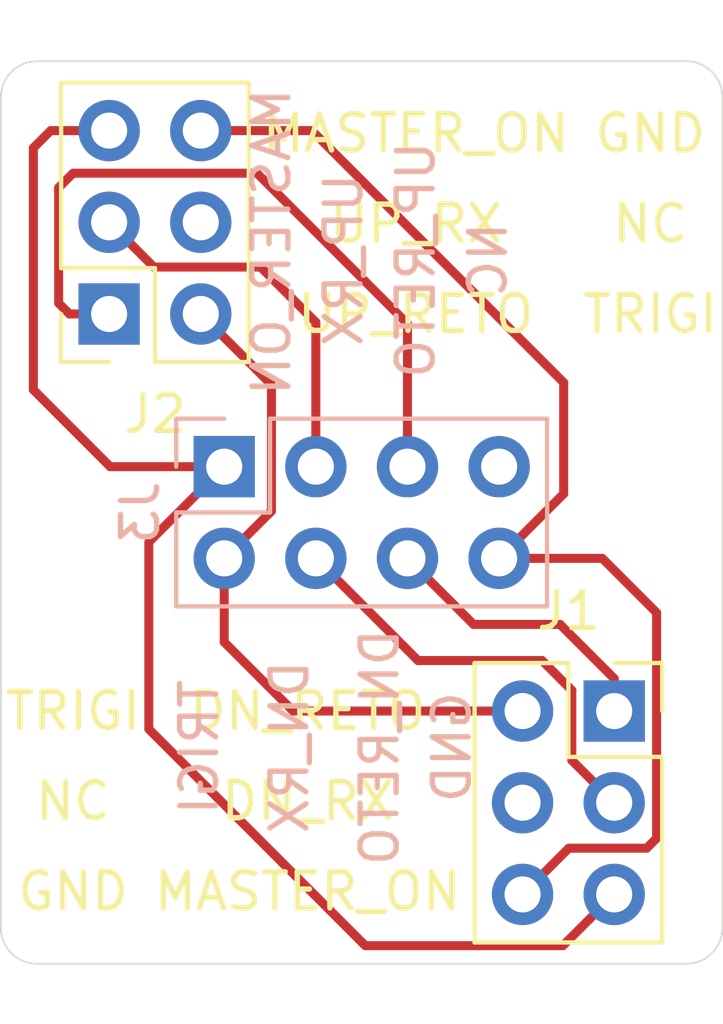
<source format=kicad_pcb>
(kicad_pcb (version 20211014) (generator pcbnew)
  (layers (0 "F.Cu" signal) (31 "B.Cu" signal) (34 "B.Paste" user) (35 "F.Paste" user) (36 "B.SilkS" user "B.Silkscreen") (37 "F.SilkS" user "F.Silkscreen") (38 "B.Mask" user) (39 "F.Mask" user) (44 "Edge.Cuts" user))
  (net 0 "")
  (net 1 "GND")
  (net 2 "/MASTER_ON")
  (net 3 "Net-(J1-Pad4)")
  (net 4 "/DN_RX")
  (net 5 "/TRIGI")
  (net 6 "/DN_RETO")
  (net 7 "Net-(J2-Pad4)")
  (net 8 "/UP_RX")
  (net 9 "/UP_RETO")
  (net 10 "Net-(J3-Pad7)")
  (footprint "Connector_PinSocket_2.54mm:PinSocket_2x03_P2.54mm_Vertical" (layer "F.Cu") (at 107 118)
    (fp_text reference "J1" (at -1.27 -2.77) (layer "F.SilkS"))
    (fp_text value "DN")
    (fp_line (start 1.33 -1.33) (end 1.33 0) (layer "F.SilkS") (width 0.12))
    (fp_line (start -3.87 -1.33) (end -1.27 -1.33) (layer "F.SilkS") (width 0.12))
    (fp_line (start -1.27 1.27) (end 1.33 1.27) (layer "F.SilkS") (width 0.12))
    (fp_line (start -1.27 -1.33) (end -1.27 1.27) (layer "F.SilkS") (width 0.12))
    (fp_line (start 0 -1.33) (end 1.33 -1.33) (layer "F.SilkS") (width 0.12))
    (fp_line (start 1.33 1.27) (end 1.33 6.41) (layer "F.SilkS") (width 0.12))
    (fp_line (start -3.87 -1.33) (end -3.87 6.41) (layer "F.SilkS") (width 0.12))
    (fp_line (start -3.87 6.41) (end 1.33 6.41) (layer "F.SilkS") (width 0.12))
    (pad "1" thru_hole rect locked (at 0 0) (size 1.7 1.7) (drill 1) (layers *.Cu *.Mask) (net 6 "/DN_RETO"))
    (pad "2" thru_hole oval locked (at -2.54 0) (size 1.7 1.7) (drill 1) (layers *.Cu *.Mask) (net 5 "/TRIGI"))
    (pad "3" thru_hole oval locked (at 0 2.54) (size 1.7 1.7) (drill 1) (layers *.Cu *.Mask) (net 4 "/DN_RX"))
    (pad "4" thru_hole oval locked (at -2.54 2.54) (size 1.7 1.7) (drill 1) (layers *.Cu *.Mask) (net 3 "Net-(J1-Pad4)"))
    (pad "5" thru_hole oval locked (at 0 5.08) (size 1.7 1.7) (drill 1) (layers *.Cu *.Mask) (net 2 "/MASTER_ON"))
    (pad "6" thru_hole oval locked (at -2.54 5.08) (size 1.7 1.7) (drill 1) (layers *.Cu *.Mask) (net 1 "GND"))
  )
  (footprint "Connector_PinSocket_2.54mm:PinSocket_2x03_P2.54mm_Vertical" (layer "F.Cu") (at 93 107 180)
    (fp_text reference "J2" (at -1.27 -2.77) (layer "F.SilkS"))
    (fp_text value "UP")
    (fp_line (start -1.27 1.27) (end 1.33 1.27) (layer "F.SilkS") (width 0.12))
    (fp_line (start -1.27 -1.33) (end -1.27 1.27) (layer "F.SilkS") (width 0.12))
    (fp_line (start 1.33 1.27) (end 1.33 6.41) (layer "F.SilkS") (width 0.12))
    (fp_line (start -3.87 6.41) (end 1.33 6.41) (layer "F.SilkS") (width 0.12))
    (fp_line (start 1.33 -1.33) (end 1.33 0) (layer "F.SilkS") (width 0.12))
    (fp_line (start -3.87 -1.33) (end -3.87 6.41) (layer "F.SilkS") (width 0.12))
    (fp_line (start 0 -1.33) (end 1.33 -1.33) (layer "F.SilkS") (width 0.12))
    (fp_line (start -3.87 -1.33) (end -1.27 -1.33) (layer "F.SilkS") (width 0.12))
    (pad "1" thru_hole rect locked (at 0 0 180) (size 1.7 1.7) (drill 1) (layers *.Cu *.Mask) (net 9 "/UP_RETO"))
    (pad "2" thru_hole oval locked (at -2.54 0 180) (size 1.7 1.7) (drill 1) (layers *.Cu *.Mask) (net 5 "/TRIGI"))
    (pad "3" thru_hole oval locked (at 0 2.54 180) (size 1.7 1.7) (drill 1) (layers *.Cu *.Mask) (net 8 "/UP_RX"))
    (pad "4" thru_hole oval locked (at -2.54 2.54 180) (size 1.7 1.7) (drill 1) (layers *.Cu *.Mask) (net 7 "Net-(J2-Pad4)"))
    (pad "5" thru_hole oval locked (at 0 5.08 180) (size 1.7 1.7) (drill 1) (layers *.Cu *.Mask) (net 2 "/MASTER_ON"))
    (pad "6" thru_hole oval locked (at -2.54 5.08 180) (size 1.7 1.7) (drill 1) (layers *.Cu *.Mask) (net 1 "GND"))
  )
  (footprint "Connector_PinHeader_2.54mm:PinHeader_2x04_P2.54mm_Vertical" (layer "B.Cu") (at 96.19 111.23 -90)
    (fp_text reference "J3" (at 1.27 2.33 -90) (layer "B.SilkS") (effects (justify mirror)))
    (fp_text value "UPDN")
    (fp_line (start 1.27 -1.27) (end 1.27 1.33) (layer "B.SilkS") (width 0.12))
    (fp_line (start -1.33 -1.27) (end 1.27 -1.27) (layer "B.SilkS") (width 0.12))
    (fp_line (start -1.33 0) (end -1.33 1.33) (layer "B.SilkS") (width 0.12))
    (fp_line (start -1.33 -8.95) (end 3.87 -8.95) (layer "B.SilkS") (width 0.12))
    (fp_line (start -1.33 1.33) (end 0 1.33) (layer "B.SilkS") (width 0.12))
    (fp_line (start 1.27 1.33) (end 3.87 1.33) (layer "B.SilkS") (width 0.12))
    (fp_line (start 3.87 1.33) (end 3.87 -8.95) (layer "B.SilkS") (width 0.12))
    (fp_line (start -1.33 -1.27) (end -1.33 -8.95) (layer "B.SilkS") (width 0.12))
    (pad "1" thru_hole rect locked (at 0 0 270) (size 1.7 1.7) (drill 1) (layers *.Cu *.Mask) (net 2 "/MASTER_ON"))
    (pad "2" thru_hole oval locked (at 2.54 0 270) (size 1.7 1.7) (drill 1) (layers *.Cu *.Mask) (net 5 "/TRIGI"))
    (pad "3" thru_hole oval locked (at 0 -2.54 270) (size 1.7 1.7) (drill 1) (layers *.Cu *.Mask) (net 8 "/UP_RX"))
    (pad "4" thru_hole oval locked (at 2.54 -2.54 270) (size 1.7 1.7) (drill 1) (layers *.Cu *.Mask) (net 4 "/DN_RX"))
    (pad "5" thru_hole oval locked (at 0 -5.08 270) (size 1.7 1.7) (drill 1) (layers *.Cu *.Mask) (net 9 "/UP_RETO"))
    (pad "6" thru_hole oval locked (at 2.54 -5.08 270) (size 1.7 1.7) (drill 1) (layers *.Cu *.Mask) (net 6 "/DN_RETO"))
    (pad "7" thru_hole oval locked (at 0 -7.62 270) (size 1.7 1.7) (drill 1) (layers *.Cu *.Mask) (net 10 "Net-(J3-Pad7)"))
    (pad "8" thru_hole oval locked (at 2.54 -7.62 270) (size 1.7 1.7) (drill 1) (layers *.Cu *.Mask) (net 1 "GND"))
  )
  (gr_line (start 91 100) (end 109 100) (layer "Edge.Cuts") (width 0.05))
  (gr_line (start 110 101) (end 110 124) (layer "Edge.Cuts") (width 0.05))
  (gr_line (start 109 125) (end 91 125) (layer "Edge.Cuts") (width 0.05))
  (gr_arc (start 110 124) (mid 109.707107 124.707107) (end 109 125) (layer "Edge.Cuts") (width 0.05))
  (gr_arc (start 109 100) (mid 109.707107 100.292893) (end 110 101) (layer "Edge.Cuts") (width 0.05))
  (gr_arc (start 90 101) (mid 90.292893 100.292893) (end 91 100) (layer "Edge.Cuts") (width 0.05))
  (gr_line (start 90 124) (end 90 101) (layer "Edge.Cuts") (width 0.05))
  (gr_arc (start 91 125) (mid 90.292893 124.707107) (end 90 124) (layer "Edge.Cuts") (width 0.05))
  (gr_text "MASTER_ON" (at 97.5 105 90) (layer "B.SilkS") (effects (font (size 1 1)) (justify mirror)))
  (gr_text "UP_RX" (at 99.5 105.5 90) (layer "B.SilkS") (effects (font (size 1 1)) (justify mirror)))
  (gr_text "UP_RETO" (at 101.5 105.5 90) (layer "B.SilkS") (effects (font (size 1 1)) (justify mirror)))
  (gr_text "GND" (at 102.5 119 90) (layer "B.SilkS") (effects (font (size 1 1)) (justify mirror)))
  (gr_text "DN_RETO" (at 100.5 119 90) (layer "B.SilkS") (effects (font (size 1 1)) (justify mirror)))
  (gr_text "NC" (at 103.5 105.5 90) (layer "B.SilkS") (effects (font (size 1 1)) (justify mirror)))
  (gr_text "TRIGI" (at 95.5 119 90) (layer "B.SilkS") (effects (font (size 1 1)) (justify mirror)))
  (gr_text "DN_RX" (at 98 119 90) (layer "B.SilkS") (effects (font (size 1 1)) (justify mirror)))
  (gr_text "GND" (at 108 102) (layer "F.SilkS") (effects (font (size 1 1))))
  (gr_text "NC" (at 108 104.5) (layer "F.SilkS") (effects (font (size 1 1))))
  (gr_text "TRIGI" (at 108 107) (layer "F.SilkS") (effects (font (size 1 1))))
  (gr_text "UP_RETO" (at 101.5 107) (layer "F.SilkS") (effects (font (size 1 1))))
  (gr_text "UP_RX" (at 101.5 104.5) (layer "F.SilkS") (effects (font (size 1 1))))
  (gr_text "MASTER_ON" (at 101.5 102) (layer "F.SilkS") (effects (font (size 1 1))))
  (gr_text "DN_RETO" (at 98.5 118) (layer "F.SilkS") (effects (font (size 1 1))))
  (gr_text "DN_RX" (at 98.5 120.5) (layer "F.SilkS") (effects (font (size 1 1))))
  (gr_text "NC" (at 92 120.5) (layer "F.SilkS") (effects (font (size 1 1))))
  (gr_text "TRIGI" (at 92 118) (layer "F.SilkS") (effects (font (size 1 1))))
  (gr_text "GND" (at 92 123) (layer "F.SilkS") (effects (font (size 1 1))))
  (gr_text "MASTER_ON" (at 98.5 123) (layer "F.SilkS") (effects (font (size 1 1))))
  (segment (start 98.62 101.92) (end 95.54 101.92) (width 0.25) (layer "F.Cu") (net 1))
  (segment (start 105.6 111.98) (end 105.6 108.9) (width 0.25) (layer "F.Cu") (net 1))
  (segment (start 105.74 121.8) (end 107.9 121.8) (width 0.25) (layer "F.Cu") (net 1))
  (segment (start 104.46 123.08) (end 105.74 121.8) (width 0.25) (layer "F.Cu") (net 1))
  (segment (start 108.175001 115.275001) (end 106.67 113.77) (width 0.25) (layer "F.Cu") (net 1))
  (segment (start 105.6 108.9) (end 98.62 101.92) (width 0.25) (layer "F.Cu") (net 1))
  (segment (start 103.81 113.77) (end 105.6 111.98) (width 0.25) (layer "F.Cu") (net 1))
  (segment (start 107.9 121.8) (end 108.175001 121.524999) (width 0.25) (layer "F.Cu") (net 1))
  (segment (start 106.67 113.77) (end 103.81 113.77) (width 0.25) (layer "F.Cu") (net 1))
  (segment (start 108.175001 121.524999) (end 108.175001 115.275001) (width 0.25) (layer "F.Cu") (net 1))
  (segment (start 96.19 111.23) (end 93.03 111.23) (width 0.25) (layer "F.Cu") (net 2))
  (segment (start 94.1 118.5) (end 94.1 113.32) (width 0.25) (layer "F.Cu") (net 2))
  (segment (start 94.1 113.32) (end 96.19 111.23) (width 0.25) (layer "F.Cu") (net 2))
  (segment (start 91.38 101.92) (end 93 101.92) (width 0.25) (layer "F.Cu") (net 2))
  (segment (start 90.9 109.1) (end 90.9 102.4) (width 0.25) (layer "F.Cu") (net 2))
  (segment (start 100.1 124.5) (end 94.1 118.5) (width 0.25) (layer "F.Cu") (net 2))
  (segment (start 107 123.08) (end 105.58 124.5) (width 0.25) (layer "F.Cu") (net 2))
  (segment (start 93.03 111.23) (end 90.9 109.1) (width 0.25) (layer "F.Cu") (net 2))
  (segment (start 90.9 102.4) (end 91.38 101.92) (width 0.25) (layer "F.Cu") (net 2))
  (segment (start 105.58 124.5) (end 100.1 124.5) (width 0.25) (layer "F.Cu") (net 2))
  (segment (start 105.824999 119.364999) (end 105.824999 117.424999) (width 0.25) (layer "F.Cu") (net 4))
  (segment (start 101.56 116.6) (end 98.73 113.77) (width 0.25) (layer "F.Cu") (net 4))
  (segment (start 105 116.6) (end 101.56 116.6) (width 0.25) (layer "F.Cu") (net 4))
  (segment (start 107 120.54) (end 105.824999 119.364999) (width 0.25) (layer "F.Cu") (net 4))
  (segment (start 105.824999 117.424999) (end 105 116.6) (width 0.25) (layer "F.Cu") (net 4))
  (segment (start 96.19 116.09) (end 96.19 113.77) (width 0.25) (layer "F.Cu") (net 5))
  (segment (start 97.5 108.96) (end 95.54 107) (width 0.25) (layer "F.Cu") (net 5))
  (segment (start 98.1 118) (end 96.19 116.09) (width 0.25) (layer "F.Cu") (net 5))
  (segment (start 96.19 113.77) (end 97.5 112.46) (width 0.25) (layer "F.Cu") (net 5))
  (segment (start 104.46 118) (end 98.1 118) (width 0.25) (layer "F.Cu") (net 5))
  (segment (start 97.5 112.46) (end 97.5 108.96) (width 0.25) (layer "F.Cu") (net 5))
  (segment (start 105.5 115.6) (end 103.1 115.6) (width 0.25) (layer "F.Cu") (net 6))
  (segment (start 107 118) (end 107 117.1) (width 0.25) (layer "F.Cu") (net 6))
  (segment (start 103.1 115.6) (end 101.27 113.77) (width 0.25) (layer "F.Cu") (net 6))
  (segment (start 107 117.1) (end 105.5 115.6) (width 0.25) (layer "F.Cu") (net 6))
  (segment (start 97.2 105.7) (end 94.24 105.7) (width 0.25) (layer "F.Cu") (net 8))
  (segment (start 98.73 111.23) (end 98.73 107.23) (width 0.25) (layer "F.Cu") (net 8))
  (segment (start 94.24 105.7) (end 93 104.46) (width 0.25) (layer "F.Cu") (net 8))
  (segment (start 98.73 107.23) (end 97.2 105.7) (width 0.25) (layer "F.Cu") (net 8))
  (segment (start 91.6 103.5) (end 92 103.1) (width 0.25) (layer "F.Cu") (net 9))
  (segment (start 93 107) (end 91.9 107) (width 0.25) (layer "F.Cu") (net 9))
  (segment (start 97.1 103.1) (end 101.27 107.27) (width 0.25) (layer "F.Cu") (net 9))
  (segment (start 91.9 107) (end 91.6 106.7) (width 0.25) (layer "F.Cu") (net 9))
  (segment (start 92 103.1) (end 97.1 103.1) (width 0.25) (layer "F.Cu") (net 9))
  (segment (start 91.6 106.7) (end 91.6 103.5) (width 0.25) (layer "F.Cu") (net 9))
  (segment (start 101.27 107.27) (end 101.27 111.23) (width 0.25) (layer "F.Cu") (net 9))
)
</source>
